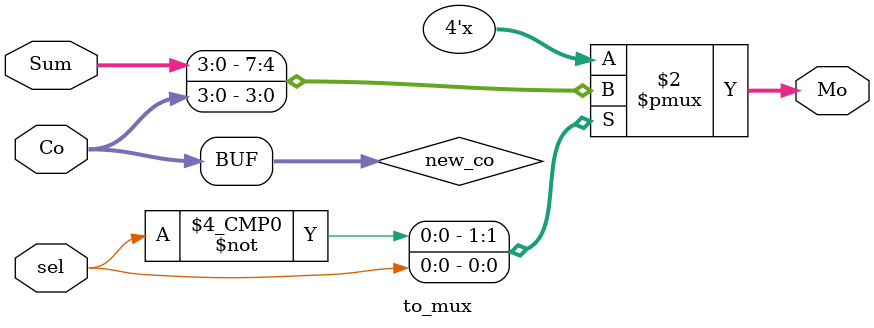
<source format=v>
`timescale 1ns / 1ps

module to_mux(
    input [3:0] Sum,
    input [3:0] Co,
    input sel,
    output reg [3:0] Mo
    );
    wire [3:0] new_co = {3'b000, Co}; 
    always@(Sum or new_co or sel)
    begin
        case(sel)
            1'b0: Mo = Sum;
            1'b1: Mo = new_co;
            default: Mo = 4'bx;
        endcase     
    end
endmodule

</source>
